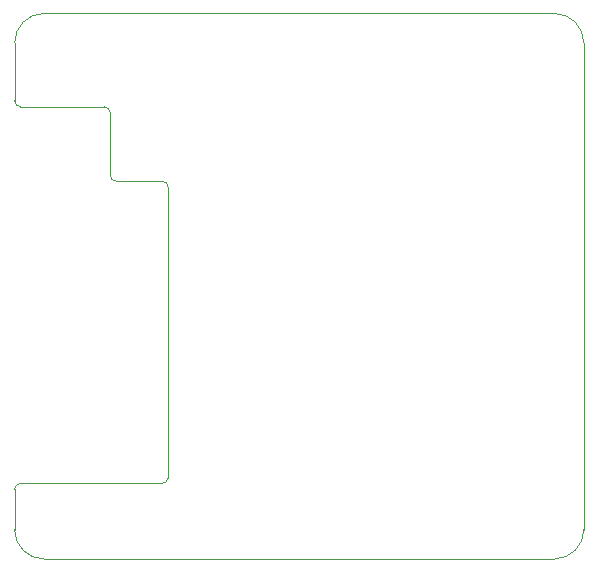
<source format=gbr>
%TF.GenerationSoftware,KiCad,Pcbnew,7.0.7*%
%TF.CreationDate,2023-10-03T13:10:00+02:00*%
%TF.ProjectId,voltlog UHF repeater,766f6c74-6c6f-4672-9055-484620726570,rev?*%
%TF.SameCoordinates,Original*%
%TF.FileFunction,Profile,NP*%
%FSLAX46Y46*%
G04 Gerber Fmt 4.6, Leading zero omitted, Abs format (unit mm)*
G04 Created by KiCad (PCBNEW 7.0.7) date 2023-10-03 13:10:00*
%MOMM*%
%LPD*%
G01*
G04 APERTURE LIST*
%TA.AperFunction,Profile*%
%ADD10C,0.050000*%
%TD*%
G04 APERTURE END LIST*
D10*
X204600000Y-80100000D02*
G75*
G03*
X207100000Y-77600000I0J2500000D01*
G01*
X158900000Y-77600000D02*
G75*
G03*
X161400000Y-80100000I2500000J0D01*
G01*
X161400000Y-33900000D02*
G75*
G03*
X158900000Y-36400000I0J-2500000D01*
G01*
X158900000Y-74200000D02*
X158900000Y-77600000D01*
X158900000Y-41300000D02*
X158900000Y-36400000D01*
X167000000Y-42300000D02*
G75*
G03*
X166500000Y-41800000I-500000J0D01*
G01*
X167000000Y-47600000D02*
G75*
G03*
X167500000Y-48100000I500000J0D01*
G01*
X171900000Y-48600000D02*
G75*
G03*
X171400000Y-48100000I-500000J0D01*
G01*
X171400000Y-73700000D02*
G75*
G03*
X171900000Y-73200000I0J500000D01*
G01*
X159400000Y-73700000D02*
G75*
G03*
X158900000Y-74200000I0J-500000D01*
G01*
X171900000Y-72000000D02*
X171900000Y-73200000D01*
X161400000Y-80100000D02*
X204600000Y-80100000D01*
X167500000Y-48100000D02*
X171400000Y-48100000D01*
X171400000Y-73700000D02*
X159400000Y-73700000D01*
X159400000Y-41800000D02*
X166500000Y-41800000D01*
X204600000Y-33900000D02*
X161400000Y-33900000D01*
X207100000Y-36400000D02*
G75*
G03*
X204600000Y-33900000I-2500000J0D01*
G01*
X158900000Y-41300000D02*
G75*
G03*
X159400000Y-41800000I500000J0D01*
G01*
X207100000Y-77600000D02*
X207100000Y-36400000D01*
X167000000Y-42300000D02*
X167000000Y-47600000D01*
X171900000Y-65400000D02*
X171900000Y-72000000D01*
X171900000Y-48600000D02*
X171900000Y-65400000D01*
M02*

</source>
